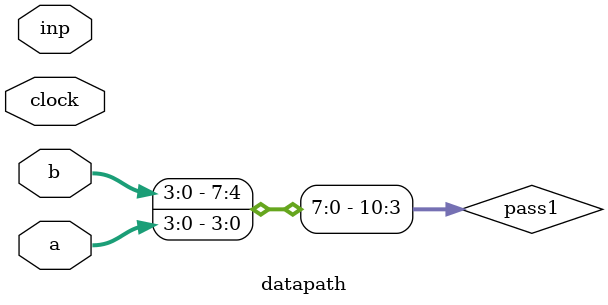
<source format=v>
module datapath(inp,a,b,clock);
input[7:0] inp;
input[3:0] a,b;
input clock;
reg[10:0] pass1,pass2;
wire[2:0] in;
reg p;
reg[3:0] X,X2;
encoder e1(inp,in,clock);
assign pass1[2:0] = in;
assign pass1[6:3] = a;
assign pass1[10:7] = b;
reg1 r1(pass1,pass2,clock);
alu a1(pass2,X,clock);
reg2 r2(X,X2,clock);
par p1(X2,p);
endmodule

</source>
